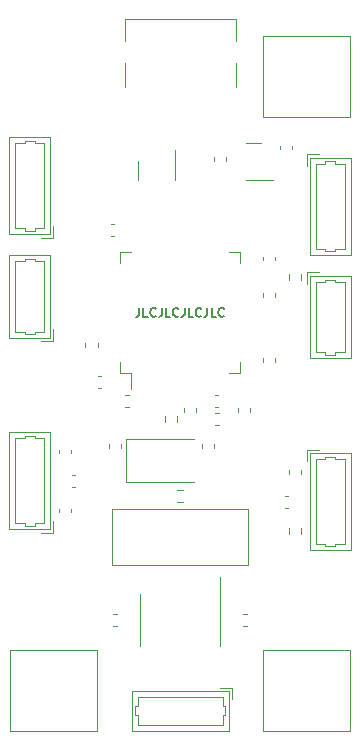
<source format=gbr>
%TF.GenerationSoftware,KiCad,Pcbnew,(6.0.9)*%
%TF.CreationDate,2022-12-02T14:17:00-08:00*%
%TF.ProjectId,controller,636f6e74-726f-46c6-9c65-722e6b696361,1*%
%TF.SameCoordinates,Original*%
%TF.FileFunction,Legend,Top*%
%TF.FilePolarity,Positive*%
%FSLAX46Y46*%
G04 Gerber Fmt 4.6, Leading zero omitted, Abs format (unit mm)*
G04 Created by KiCad (PCBNEW (6.0.9)) date 2022-12-02 14:17:00*
%MOMM*%
%LPD*%
G01*
G04 APERTURE LIST*
%ADD10C,0.150000*%
%ADD11C,0.120000*%
G04 APERTURE END LIST*
D10*
X121535714Y-93589285D02*
X121535714Y-94125000D01*
X121500000Y-94232142D01*
X121428571Y-94303571D01*
X121321428Y-94339285D01*
X121250000Y-94339285D01*
X122250000Y-94339285D02*
X121892857Y-94339285D01*
X121892857Y-93589285D01*
X122928571Y-94267857D02*
X122892857Y-94303571D01*
X122785714Y-94339285D01*
X122714285Y-94339285D01*
X122607142Y-94303571D01*
X122535714Y-94232142D01*
X122500000Y-94160714D01*
X122464285Y-94017857D01*
X122464285Y-93910714D01*
X122500000Y-93767857D01*
X122535714Y-93696428D01*
X122607142Y-93625000D01*
X122714285Y-93589285D01*
X122785714Y-93589285D01*
X122892857Y-93625000D01*
X122928571Y-93660714D01*
X123464285Y-93589285D02*
X123464285Y-94125000D01*
X123428571Y-94232142D01*
X123357142Y-94303571D01*
X123250000Y-94339285D01*
X123178571Y-94339285D01*
X124178571Y-94339285D02*
X123821428Y-94339285D01*
X123821428Y-93589285D01*
X124857142Y-94267857D02*
X124821428Y-94303571D01*
X124714285Y-94339285D01*
X124642857Y-94339285D01*
X124535714Y-94303571D01*
X124464285Y-94232142D01*
X124428571Y-94160714D01*
X124392857Y-94017857D01*
X124392857Y-93910714D01*
X124428571Y-93767857D01*
X124464285Y-93696428D01*
X124535714Y-93625000D01*
X124642857Y-93589285D01*
X124714285Y-93589285D01*
X124821428Y-93625000D01*
X124857142Y-93660714D01*
X125392857Y-93589285D02*
X125392857Y-94125000D01*
X125357142Y-94232142D01*
X125285714Y-94303571D01*
X125178571Y-94339285D01*
X125107142Y-94339285D01*
X126107142Y-94339285D02*
X125750000Y-94339285D01*
X125750000Y-93589285D01*
X126785714Y-94267857D02*
X126750000Y-94303571D01*
X126642857Y-94339285D01*
X126571428Y-94339285D01*
X126464285Y-94303571D01*
X126392857Y-94232142D01*
X126357142Y-94160714D01*
X126321428Y-94017857D01*
X126321428Y-93910714D01*
X126357142Y-93767857D01*
X126392857Y-93696428D01*
X126464285Y-93625000D01*
X126571428Y-93589285D01*
X126642857Y-93589285D01*
X126750000Y-93625000D01*
X126785714Y-93660714D01*
X127321428Y-93589285D02*
X127321428Y-94125000D01*
X127285714Y-94232142D01*
X127214285Y-94303571D01*
X127107142Y-94339285D01*
X127035714Y-94339285D01*
X128035714Y-94339285D02*
X127678571Y-94339285D01*
X127678571Y-93589285D01*
X128714285Y-94267857D02*
X128678571Y-94303571D01*
X128571428Y-94339285D01*
X128500000Y-94339285D01*
X128392857Y-94303571D01*
X128321428Y-94232142D01*
X128285714Y-94160714D01*
X128250000Y-94017857D01*
X128250000Y-93910714D01*
X128285714Y-93767857D01*
X128321428Y-93696428D01*
X128392857Y-93625000D01*
X128500000Y-93589285D01*
X128571428Y-93589285D01*
X128678571Y-93625000D01*
X128714285Y-93660714D01*
D11*
%TO.C,C7*%
X119393580Y-86490000D02*
X119112420Y-86490000D01*
X119393580Y-87510000D02*
X119112420Y-87510000D01*
%TO.C,J6*%
X138100000Y-91400000D02*
X138950000Y-91400000D01*
X138950000Y-91400000D02*
X138950000Y-94375000D01*
X136550000Y-94375000D02*
X136550000Y-97350000D01*
X136040000Y-90890000D02*
X136040000Y-97860000D01*
X138100000Y-97550000D02*
X138100000Y-97350000D01*
X136550000Y-97350000D02*
X137300000Y-97350000D01*
X136550000Y-94375000D02*
X136550000Y-91400000D01*
X139460000Y-97860000D02*
X139460000Y-90890000D01*
X136040000Y-97860000D02*
X139460000Y-97860000D01*
X135750000Y-90600000D02*
X136750000Y-90600000D01*
X135750000Y-90600000D02*
X135750000Y-91600000D01*
X137300000Y-91200000D02*
X138100000Y-91200000D01*
X136550000Y-91400000D02*
X137300000Y-91400000D01*
X139460000Y-90890000D02*
X136040000Y-90890000D01*
X138100000Y-97350000D02*
X138950000Y-97350000D01*
X137300000Y-97350000D02*
X137300000Y-97550000D01*
X137300000Y-97550000D02*
X138100000Y-97550000D01*
X138100000Y-91200000D02*
X138100000Y-91400000D01*
X138950000Y-97350000D02*
X138950000Y-94375000D01*
X137300000Y-91400000D02*
X137300000Y-91200000D01*
%TO.C,J7*%
X111050000Y-86850000D02*
X111050000Y-83250000D01*
X111900000Y-79450000D02*
X111900000Y-79650000D01*
X112700000Y-79650000D02*
X112700000Y-79450000D01*
X113960000Y-87360000D02*
X113960000Y-79140000D01*
X113450000Y-83250000D02*
X113450000Y-79650000D01*
X114250000Y-87650000D02*
X114250000Y-86650000D01*
X111900000Y-79650000D02*
X111050000Y-79650000D01*
X112700000Y-87050000D02*
X111900000Y-87050000D01*
X113450000Y-86850000D02*
X112700000Y-86850000D01*
X111900000Y-87050000D02*
X111900000Y-86850000D01*
X112700000Y-86850000D02*
X112700000Y-87050000D01*
X111900000Y-86850000D02*
X111050000Y-86850000D01*
X111050000Y-79650000D02*
X111050000Y-83250000D01*
X114250000Y-87650000D02*
X113250000Y-87650000D01*
X113450000Y-79650000D02*
X112700000Y-79650000D01*
X113450000Y-83250000D02*
X113450000Y-86850000D01*
X110540000Y-79140000D02*
X110540000Y-87360000D01*
X110540000Y-87360000D02*
X113960000Y-87360000D01*
X113960000Y-79140000D02*
X110540000Y-79140000D01*
X112700000Y-79450000D02*
X111900000Y-79450000D01*
%TO.C,C8*%
X118010000Y-96890580D02*
X118010000Y-96609420D01*
X116990000Y-96890580D02*
X116990000Y-96609420D01*
%TO.C,U3*%
X124560000Y-82000000D02*
X124560000Y-80200000D01*
X124560000Y-82000000D02*
X124560000Y-82800000D01*
X121440000Y-82000000D02*
X121440000Y-81200000D01*
X121440000Y-82000000D02*
X121440000Y-82800000D01*
%TO.C,FB1*%
X128262779Y-102490000D02*
X127937221Y-102490000D01*
X128262779Y-103510000D02*
X127937221Y-103510000D01*
%TO.C,C18*%
X115859420Y-108760000D02*
X116140580Y-108760000D01*
X115859420Y-107740000D02*
X116140580Y-107740000D01*
%TO.C,C17*%
X115760000Y-105890580D02*
X115760000Y-105609420D01*
X114740000Y-105890580D02*
X114740000Y-105609420D01*
%TO.C,C13*%
X131990000Y-92359420D02*
X131990000Y-92640580D01*
X133010000Y-92359420D02*
X133010000Y-92640580D01*
%TO.C,C10*%
X127959420Y-102010000D02*
X128240580Y-102010000D01*
X127959420Y-100990000D02*
X128240580Y-100990000D01*
%TO.C,R4*%
X135272500Y-112737258D02*
X135272500Y-112262742D01*
X134227500Y-112737258D02*
X134227500Y-112262742D01*
%TO.C,C3*%
X118340580Y-99390000D02*
X118059420Y-99390000D01*
X118340580Y-100410000D02*
X118059420Y-100410000D01*
%TO.C,J4*%
X128800000Y-127300000D02*
X128800000Y-128100000D01*
X129110000Y-126040000D02*
X120890000Y-126040000D01*
X128600000Y-128950000D02*
X125000000Y-128950000D01*
X121200000Y-127300000D02*
X121200000Y-128100000D01*
X121400000Y-128100000D02*
X121400000Y-128950000D01*
X121200000Y-128100000D02*
X121400000Y-128100000D01*
X121400000Y-126550000D02*
X121400000Y-127300000D01*
X125000000Y-126550000D02*
X128600000Y-126550000D01*
X128600000Y-127300000D02*
X128800000Y-127300000D01*
X129400000Y-125750000D02*
X128400000Y-125750000D01*
X121400000Y-127300000D02*
X121200000Y-127300000D01*
X120890000Y-129460000D02*
X129110000Y-129460000D01*
X128800000Y-128100000D02*
X128600000Y-128100000D01*
X120890000Y-126040000D02*
X120890000Y-129460000D01*
X125000000Y-126550000D02*
X121400000Y-126550000D01*
X128600000Y-126550000D02*
X128600000Y-127300000D01*
X129400000Y-125750000D02*
X129400000Y-126750000D01*
X129110000Y-129460000D02*
X129110000Y-126040000D01*
X121400000Y-128950000D02*
X125000000Y-128950000D01*
X128600000Y-128100000D02*
X128600000Y-128950000D01*
%TO.C,C15*%
X119640580Y-119490000D02*
X119359420Y-119490000D01*
X119640580Y-120510000D02*
X119359420Y-120510000D01*
%TO.C,J2*%
X120300000Y-71000000D02*
X120300000Y-69100000D01*
X129700000Y-69100000D02*
X120300000Y-69100000D01*
X120300000Y-74900000D02*
X120300000Y-72900000D01*
X129700000Y-71000000D02*
X129700000Y-69100000D01*
X129700000Y-74900000D02*
X129700000Y-72900000D01*
%TO.C,SW1*%
X130750000Y-115350000D02*
X119250000Y-115350000D01*
X119250000Y-115350000D02*
X119250000Y-110650000D01*
X119250000Y-110650000D02*
X130750000Y-110650000D01*
X130750000Y-110650000D02*
X130750000Y-115350000D01*
%TO.C,C16*%
X130359420Y-119490000D02*
X130640580Y-119490000D01*
X130359420Y-120510000D02*
X130640580Y-120510000D01*
%TO.C,C19*%
X114740000Y-110609420D02*
X114740000Y-110890580D01*
X115760000Y-110609420D02*
X115760000Y-110890580D01*
%TO.C,R2*%
X125237258Y-110022500D02*
X124762742Y-110022500D01*
X125237258Y-108977500D02*
X124762742Y-108977500D01*
%TO.C,J11*%
X132000000Y-122600000D02*
X139400000Y-122600000D01*
X139400000Y-122600000D02*
X139400000Y-129400000D01*
X139400000Y-129400000D02*
X132000000Y-129400000D01*
X132000000Y-129400000D02*
X132000000Y-122600000D01*
%TO.C,U1*%
X131200000Y-79640000D02*
X130550000Y-79640000D01*
X131200000Y-79640000D02*
X131850000Y-79640000D01*
X131200000Y-82760000D02*
X132875000Y-82760000D01*
X131200000Y-82760000D02*
X130550000Y-82760000D01*
%TO.C,R3*%
X135272500Y-90762742D02*
X135272500Y-91237258D01*
X134227500Y-90762742D02*
X134227500Y-91237258D01*
%TO.C,U2*%
X119890000Y-89840000D02*
X119890000Y-88890000D01*
X119890000Y-88890000D02*
X120840000Y-88890000D01*
X119890000Y-98160000D02*
X119890000Y-99110000D01*
X120840000Y-99110000D02*
X120840000Y-100450000D01*
X119890000Y-99110000D02*
X120840000Y-99110000D01*
X130110000Y-99110000D02*
X129160000Y-99110000D01*
X130110000Y-88890000D02*
X129160000Y-88890000D01*
X130110000Y-89840000D02*
X130110000Y-88890000D01*
X130110000Y-98160000D02*
X130110000Y-99110000D01*
%TO.C,C12*%
X126890000Y-105440580D02*
X126890000Y-105159420D01*
X127910000Y-105440580D02*
X127910000Y-105159420D01*
%TO.C,C5*%
X131990000Y-97859420D02*
X131990000Y-98140580D01*
X133010000Y-97859420D02*
X133010000Y-98140580D01*
%TO.C,J8*%
X136550000Y-81400000D02*
X137300000Y-81400000D01*
X136550000Y-85000000D02*
X136550000Y-81400000D01*
X136040000Y-80890000D02*
X136040000Y-89110000D01*
X138950000Y-81400000D02*
X138950000Y-85000000D01*
X139460000Y-80890000D02*
X136040000Y-80890000D01*
X138100000Y-88600000D02*
X138950000Y-88600000D01*
X138100000Y-88800000D02*
X138100000Y-88600000D01*
X135750000Y-80600000D02*
X136750000Y-80600000D01*
X136550000Y-88600000D02*
X137300000Y-88600000D01*
X138100000Y-81200000D02*
X138100000Y-81400000D01*
X138100000Y-81400000D02*
X138950000Y-81400000D01*
X138950000Y-88600000D02*
X138950000Y-85000000D01*
X137300000Y-81200000D02*
X138100000Y-81200000D01*
X139460000Y-89110000D02*
X139460000Y-80890000D01*
X136550000Y-85000000D02*
X136550000Y-88600000D01*
X137300000Y-81400000D02*
X137300000Y-81200000D01*
X136040000Y-89110000D02*
X139460000Y-89110000D01*
X135750000Y-80600000D02*
X135750000Y-81600000D01*
X137300000Y-88800000D02*
X138100000Y-88800000D01*
X137300000Y-88600000D02*
X137300000Y-88800000D01*
%TO.C,C14*%
X126310000Y-102109420D02*
X126310000Y-102390580D01*
X125290000Y-102109420D02*
X125290000Y-102390580D01*
%TO.C,J1*%
X139400000Y-77400000D02*
X132000000Y-77400000D01*
X132000000Y-77400000D02*
X132000000Y-70600000D01*
X132000000Y-70600000D02*
X139400000Y-70600000D01*
X139400000Y-70600000D02*
X139400000Y-77400000D01*
%TO.C,J5*%
X112700000Y-95800000D02*
X111900000Y-95800000D01*
X113450000Y-89650000D02*
X112700000Y-89650000D01*
X114250000Y-96400000D02*
X113250000Y-96400000D01*
X113960000Y-96110000D02*
X113960000Y-89140000D01*
X110540000Y-89140000D02*
X110540000Y-96110000D01*
X111050000Y-89650000D02*
X111050000Y-92625000D01*
X112700000Y-89450000D02*
X111900000Y-89450000D01*
X111050000Y-95600000D02*
X111050000Y-92625000D01*
X113450000Y-92625000D02*
X113450000Y-89650000D01*
X111900000Y-95800000D02*
X111900000Y-95600000D01*
X113450000Y-95600000D02*
X112700000Y-95600000D01*
X113450000Y-92625000D02*
X113450000Y-95600000D01*
X110540000Y-96110000D02*
X113960000Y-96110000D01*
X112700000Y-89650000D02*
X112700000Y-89450000D01*
X111900000Y-89650000D02*
X111050000Y-89650000D01*
X111900000Y-95600000D02*
X111050000Y-95600000D01*
X112700000Y-95600000D02*
X112700000Y-95800000D01*
X113960000Y-89140000D02*
X110540000Y-89140000D01*
X114250000Y-96400000D02*
X114250000Y-95400000D01*
X111900000Y-89450000D02*
X111900000Y-89650000D01*
%TO.C,C21*%
X134140580Y-110510000D02*
X133859420Y-110510000D01*
X134140580Y-109490000D02*
X133859420Y-109490000D01*
%TO.C,C2*%
X133490000Y-79859420D02*
X133490000Y-80140580D01*
X134510000Y-79859420D02*
X134510000Y-80140580D01*
%TO.C,U4*%
X121615000Y-120000000D02*
X121615000Y-117800000D01*
X121615000Y-120000000D02*
X121615000Y-122200000D01*
X128385000Y-120000000D02*
X128385000Y-122200000D01*
X128385000Y-120000000D02*
X128385000Y-116400000D01*
%TO.C,C1*%
X128910000Y-80859420D02*
X128910000Y-81140580D01*
X127890000Y-80859420D02*
X127890000Y-81140580D01*
%TO.C,C11*%
X118990000Y-105440580D02*
X118990000Y-105159420D01*
X120010000Y-105440580D02*
X120010000Y-105159420D01*
%TO.C,R1*%
X124772500Y-102762742D02*
X124772500Y-103237258D01*
X123727500Y-102762742D02*
X123727500Y-103237258D01*
%TO.C,J10*%
X139460000Y-114110000D02*
X139460000Y-105890000D01*
X135750000Y-105600000D02*
X136750000Y-105600000D01*
X136550000Y-106400000D02*
X137300000Y-106400000D01*
X138100000Y-106400000D02*
X138950000Y-106400000D01*
X137300000Y-106200000D02*
X138100000Y-106200000D01*
X136550000Y-110000000D02*
X136550000Y-106400000D01*
X136040000Y-105890000D02*
X136040000Y-114110000D01*
X137300000Y-106400000D02*
X137300000Y-106200000D01*
X139460000Y-105890000D02*
X136040000Y-105890000D01*
X138950000Y-106400000D02*
X138950000Y-110000000D01*
X138100000Y-113800000D02*
X138100000Y-113600000D01*
X136550000Y-113600000D02*
X137300000Y-113600000D01*
X137300000Y-113600000D02*
X137300000Y-113800000D01*
X138100000Y-106200000D02*
X138100000Y-106400000D01*
X136040000Y-114110000D02*
X139460000Y-114110000D01*
X138950000Y-113600000D02*
X138950000Y-110000000D01*
X135750000Y-105600000D02*
X135750000Y-106600000D01*
X138100000Y-113600000D02*
X138950000Y-113600000D01*
X136550000Y-110000000D02*
X136550000Y-113600000D01*
X137300000Y-113800000D02*
X138100000Y-113800000D01*
%TO.C,J9*%
X114250000Y-112650000D02*
X113250000Y-112650000D01*
X113450000Y-108250000D02*
X113450000Y-111850000D01*
X111050000Y-104650000D02*
X111050000Y-108250000D01*
X112700000Y-104450000D02*
X111900000Y-104450000D01*
X111900000Y-111850000D02*
X111050000Y-111850000D01*
X113960000Y-112360000D02*
X113960000Y-104140000D01*
X112700000Y-104650000D02*
X112700000Y-104450000D01*
X110540000Y-104140000D02*
X110540000Y-112360000D01*
X112700000Y-112050000D02*
X111900000Y-112050000D01*
X110540000Y-112360000D02*
X113960000Y-112360000D01*
X112700000Y-111850000D02*
X112700000Y-112050000D01*
X114250000Y-112650000D02*
X114250000Y-111650000D01*
X113450000Y-108250000D02*
X113450000Y-104650000D01*
X113450000Y-111850000D02*
X112700000Y-111850000D01*
X111900000Y-112050000D02*
X111900000Y-111850000D01*
X111050000Y-111850000D02*
X111050000Y-108250000D01*
X111900000Y-104650000D02*
X111050000Y-104650000D01*
X111900000Y-104450000D02*
X111900000Y-104650000D01*
X113450000Y-104650000D02*
X112700000Y-104650000D01*
X113960000Y-104140000D02*
X110540000Y-104140000D01*
%TO.C,C6*%
X131990000Y-89540580D02*
X131990000Y-89259420D01*
X133010000Y-89540580D02*
X133010000Y-89259420D01*
%TO.C,C20*%
X135260000Y-107640580D02*
X135260000Y-107359420D01*
X134240000Y-107640580D02*
X134240000Y-107359420D01*
%TO.C,C4*%
X120640580Y-100990000D02*
X120359420Y-100990000D01*
X120640580Y-102010000D02*
X120359420Y-102010000D01*
%TO.C,Y1*%
X126200000Y-104700000D02*
X120450000Y-104700000D01*
X120450000Y-104700000D02*
X120450000Y-108300000D01*
X120450000Y-108300000D02*
X126200000Y-108300000D01*
%TO.C,C9*%
X129890000Y-102390580D02*
X129890000Y-102109420D01*
X130910000Y-102390580D02*
X130910000Y-102109420D01*
%TO.C,J3*%
X110600000Y-122600000D02*
X118000000Y-122600000D01*
X118000000Y-122600000D02*
X118000000Y-129400000D01*
X118000000Y-129400000D02*
X110600000Y-129400000D01*
X110600000Y-129400000D02*
X110600000Y-122600000D01*
%TD*%
M02*

</source>
